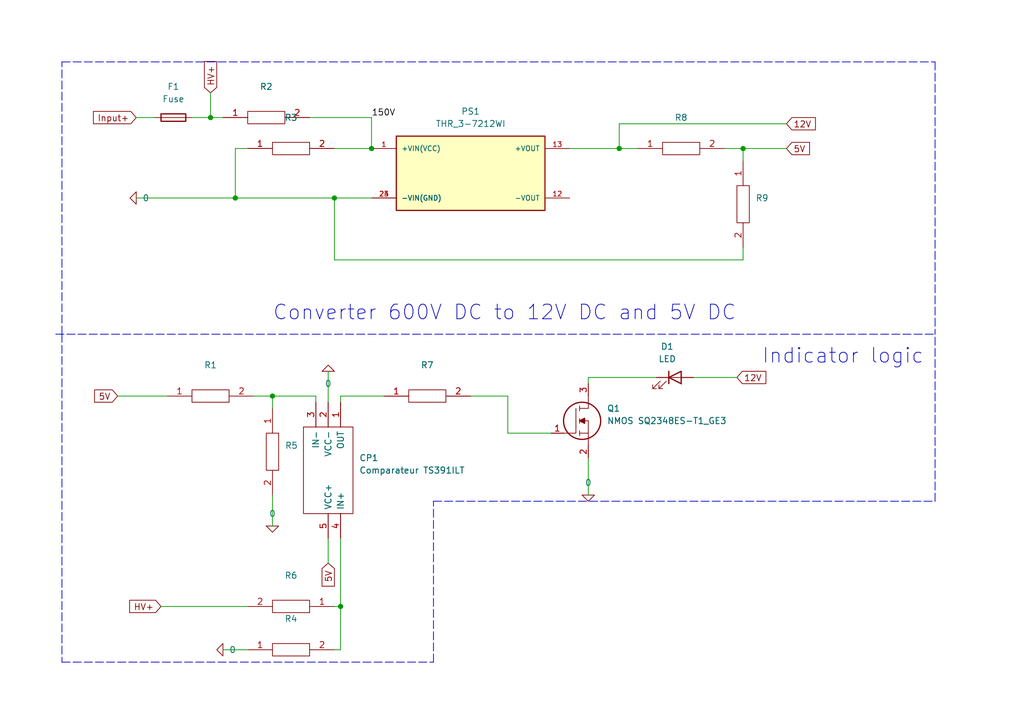
<source format=kicad_sch>
(kicad_sch (version 20211123) (generator eeschema)
  (paper "A5")
  (title_block (title "Accumulator indicator voltage") (date "2023-03-30") (company "EPSA"))
  (lib_symbols
    (symbol "Device:Fuse" (pin_numbers hide) (pin_names (offset 0))
      (property "Reference" "F" (at 2.032 0 90))
      (property "Value" "Fuse" (at -1.905 0 90))
      (symbol "Fuse_0_1"
        (rectangle (start -0.762 -2.54) (end 0.762 2.54) (stroke (width 0.254)))
        (polyline (pts (xy 0 2.54) (xy 0 -2.54)))
      )
      (symbol "Fuse_1_1"
        (pin passive line (at 0 3.81 270) (length 1.27) (name "~") (number "1"))
        (pin passive line (at 0 -3.81 90) (length 1.27) (name "~") (number "2"))
      )
    )
    (symbol "Device:LED" (pin_numbers hide) (pin_names (offset 1.016) hide)
      (property "Reference" "D" (at 0 2.54 0))
      (property "Value" "LED" (at 0 -2.54 0))
      (symbol "LED_0_1"
        (polyline (pts (xy -1.27 -1.27) (xy -1.27 1.27)) (stroke (width 0.254)))
        (polyline (pts (xy -1.27 0) (xy 1.27 0)))
        (polyline (pts (xy 1.27 -1.27) (xy 1.27 1.27) (xy -1.27 0) (xy 1.27 -1.27)) (stroke (width 0.254)))
        (polyline (pts (xy -3.048 -0.762) (xy -4.572 -2.286) (xy -3.81 -2.286) (xy -4.572 -2.286) (xy -4.572 -1.524)))
        (polyline (pts (xy -1.778 -0.762) (xy -3.302 -2.286) (xy -2.54 -2.286) (xy -3.302 -2.286) (xy -3.302 -1.524)))
      )
      (symbol "LED_1_1"
        (pin passive line (at -3.81 0 0) (length 2.54) (name "K") (number "1"))
        (pin passive line (at 3.81 0 180) (length 2.54) (name "A") (number "2"))
      )
    )
    (symbol "EPSA_lib:Comparateur TS391ILT" (pin_names (offset 0.762))
      (property "Reference" "CP" (at 35.56 7.62 0))
      (property "Value" "Comparateur TS391ILT" (at 35.56 5.08 0))
      (property "Spice_Lib_File" "${EPSA}\\SpiceModel\\C_ts391.lib" (at 35.56 12.7 0))
      (symbol "Comparateur TS391ILT_0_0"
        (pin passive line (at 0 0 0) (length 5.08) (name "OUT") (number "1"))
        (pin passive line (at 0 -2.54 0) (length 5.08) (name "VCC-") (number "2"))
        (pin passive line (at 0 -5.08 0) (length 5.08) (name "IN-") (number "3"))
        (pin passive line (at 27.94 0 180) (length 5.08) (name "IN+") (number "4"))
        (pin passive line (at 27.94 -2.54 180) (length 5.08) (name "VCC+") (number "5"))
      )
      (symbol "Comparateur TS391ILT_0_1"
        (polyline (pts (xy 5.08 2.54) (xy 22.86 2.54) (xy 22.86 -7.62) (xy 5.08 -7.62) (xy 5.08 2.54)) (stroke (width 0.1524)))
      )
    )
    (symbol "EPSA_lib:NMOS SQ2348ES-T1_GE3" (pin_names (offset 0.762))
      (property "Reference" "Q" (at 11.43 3.81 0))
      (property "Value" "NMOS SQ2348ES-T1_GE3" (at 11.43 1.27 0))
      (property "Spice_Lib_File" "${EPSA}\\SpiceModel\\NMOS_SQ2348ES_PS Rev A.LIB" (at 11.43 8.89 0))
      (symbol "NMOS SQ2348ES-T1_GE3_0_0"
        (pin passive line (at 0 0 0) (length 2.54) (name "~") (number "1"))
        (pin passive line (at 7.62 -5.08 90) (length 2.54) (name "~") (number "2"))
        (pin passive line (at 7.62 10.16 270) (length 2.54) (name "~") (number "3"))
      )
      (symbol "NMOS SQ2348ES-T1_GE3_0_1"
        (polyline (pts (xy 5.842 -0.508) (xy 5.842 0.508)) (stroke (width 0.1524)))
        (polyline (pts (xy 5.842 0) (xy 7.62 0)) (stroke (width 0.1524)))
        (polyline (pts (xy 5.842 2.032) (xy 5.842 3.048)) (stroke (width 0.1524)))
        (polyline (pts (xy 5.842 5.588) (xy 5.842 4.572)) (stroke (width 0.1524)))
        (polyline (pts (xy 7.62 2.54) (xy 5.842 2.54)) (stroke (width 0.1524)))
        (polyline (pts (xy 7.62 2.54) (xy 7.62 -2.54)) (stroke (width 0.1524)))
        (polyline (pts (xy 7.62 5.08) (xy 5.842 5.08)) (stroke (width 0.1524)))
        (polyline (pts (xy 7.62 5.08) (xy 7.62 7.62)) (stroke (width 0.1524)))
        (polyline (pts (xy 2.54 0) (xy 5.08 0) (xy 5.08 5.08)) (stroke (width 0.1524)))
        (polyline (pts (xy 5.842 2.54) (xy 6.858 3.048) (xy 6.858 2.032) (xy 5.842 2.54)) (stroke (width 0.254)) (fill (type outline)))
        (circle (center 6.35 2.54) (radius 3.81) (stroke (width 0.254)))
      )
    )
    (symbol "EPSA_lib:Résistance RK73H2BLTDD2152F" (pin_names (offset 0.762))
      (property "Reference" "R" (at 25.4 6.35 0))
      (property "Spice_Model" "10" (at 25.4 8.89 0))
      (symbol "Résistance RK73H2BLTDD2152F_0_0"
        (pin passive line (at 0 0 0) (length 5.08) (name "~") (number "1"))
        (pin passive line (at 17.78 0 180) (length 5.08) (name "~") (number "2"))
      )
      (symbol "Résistance RK73H2BLTDD2152F_0_1"
        (polyline (pts (xy 5.08 1.27) (xy 12.7 1.27) (xy 12.7 -1.27) (xy 5.08 -1.27) (xy 5.08 1.27)) (stroke (width 0.1524)))
      )
    )
    (symbol "THR_3-7212WI:THR_3-7212WI" (pin_names (offset 1.016))
      (property "Reference" "PS" (at -15.24 8.382 0))
      (property "Value" "THR_3-7212WI" (at -15.24 -8.382 0))
      (symbol "THR_3-7212WI_0_0"
        (rectangle (start -15.24 -7.62) (end 15.24 7.62) (stroke (width 0.254)) (fill (type background)))
        (pin input line (at -20.32 5.08 0) (length 5.08) (name "+VIN(VCC)") (number "1"))
        (pin output line (at 20.32 -5.08 180) (length 5.08) (name "-VOUT") (number "12"))
        (pin output line (at 20.32 5.08 180) (length 5.08) (name "+VOUT") (number "13"))
        (pin input line (at -20.32 -5.08 0) (length 5.08) (name "-VIN(GND)") (number "23"))
        (pin input line (at -20.32 -5.08 0) (length 5.08) (name "-VIN(GND)") (number "24"))
      )
    )
    (symbol "pspice:0" (power) (pin_names (offset 0))
      (property "Value" "0" (at 0 -1.778 0))
      (symbol "0_0_1"
        (polyline (pts (xy -1.27 0) (xy 0 -1.27) (xy 1.27 0) (xy -1.27 0)))
      )
      (symbol "0_1_1"
        (pin power_in line (at 0 0 0) (length 0) hide (name "0") (number "1"))
      )
    )
  )
  (junction (at 69.85 124.46))
  (junction (at 68.58 40.64))
  (junction (at 48.26 40.64))
  (junction (at 76.2 30.48))
  (junction (at 127 30.48))
  (junction (at 43.18 24.13))
  (junction (at 152.4 30.48))
  (junction (at 55.88 81.28))
  (wire (pts (xy 148.59 30.48) (xy 152.4 30.48)))
  (wire (pts (xy 152.4 30.48) (xy 161.29 30.48)))
  (wire (pts (xy 55.88 81.28) (xy 64.77 81.28)))
  (wire (pts (xy 76.2 24.13) (xy 76.2 30.48)))
  (polyline (pts (xy 12.7 12.7) (xy 191.77 12.7)))
  (polyline (pts (xy 12.7 68.58) (xy 12.7 12.7)))
  (wire (pts (xy 27.94 24.13) (xy 31.75 24.13)))
  (wire (pts (xy 142.24 77.47) (xy 151.13 77.47)))
  (wire (pts (xy 24.13 81.28) (xy 34.29 81.28)))
  (wire (pts (xy 55.88 81.28) (xy 55.88 83.82)))
  (wire (pts (xy 69.85 133.35) (xy 68.58 133.35)))
  (wire (pts (xy 120.65 93.98) (xy 120.65 101.6)))
  (wire (pts (xy 69.85 81.28) (xy 78.74 81.28)))
  (wire (pts (xy 127 30.48) (xy 127 25.4)))
  (polyline (pts (xy 12.7 68.58) (xy 12.7 135.89)))
  (wire (pts (xy 55.88 101.6) (xy 55.88 107.95)))
  (wire (pts (xy 64.77 81.28) (xy 64.77 82.55)))
  (wire (pts (xy 127 30.48) (xy 130.81 30.48)))
  (polyline (pts (xy 88.9 102.87) (xy 191.77 102.87)))
  (wire (pts (xy 67.31 110.49) (xy 67.31 115.57)))
  (wire (pts (xy 127 25.4) (xy 161.29 25.4)))
  (wire (pts (xy 63.5 24.13) (xy 76.2 24.13)))
  (polyline (pts (xy 12.7 135.89) (xy 88.9 135.89)))
  (wire (pts (xy 152.4 30.48) (xy 152.4 33.02)))
  (wire (pts (xy 116.84 30.48) (xy 127 30.48)))
  (polyline (pts (xy 88.9 135.89) (xy 88.9 102.87)))
  (wire (pts (xy 152.4 50.8) (xy 152.4 53.34)))
  (polyline (pts (xy 11.43 68.58) (xy 191.77 68.58)))
  (wire (pts (xy 96.52 81.28) (xy 104.14 81.28)))
  (wire (pts (xy 50.8 30.48) (xy 48.26 30.48)))
  (wire (pts (xy 120.65 77.47) (xy 134.62 77.47)))
  (wire (pts (xy 76.2 30.48) (xy 68.58 30.48)))
  (wire (pts (xy 27.94 40.64) (xy 48.26 40.64)))
  (wire (pts (xy 68.58 124.46) (xy 69.85 124.46)))
  (wire (pts (xy 120.65 78.74) (xy 120.65 77.47)))
  (wire (pts (xy 68.58 40.64) (xy 68.58 53.34)))
  (wire (pts (xy 69.85 110.49) (xy 69.85 124.46)))
  (wire (pts (xy 104.14 81.28) (xy 104.14 88.9)))
  (wire (pts (xy 48.26 40.64) (xy 68.58 40.64)))
  (wire (pts (xy 104.14 88.9) (xy 113.03 88.9)))
  (wire (pts (xy 39.37 24.13) (xy 43.18 24.13)))
  (wire (pts (xy 152.4 53.34) (xy 68.58 53.34)))
  (polyline (pts (xy 191.77 12.7) (xy 191.77 68.58)))
  (wire (pts (xy 43.18 24.13) (xy 45.72 24.13)))
  (wire (pts (xy 69.85 124.46) (xy 69.85 133.35)))
  (wire (pts (xy 52.07 81.28) (xy 55.88 81.28)))
  (wire (pts (xy 45.72 133.35) (xy 50.8 133.35)))
  (wire (pts (xy 67.31 76.2) (xy 67.31 82.55)))
  (wire (pts (xy 68.58 40.64) (xy 76.2 40.64)))
  (wire (pts (xy 48.26 30.48) (xy 48.26 40.64)))
  (polyline (pts (xy 191.77 102.87) (xy 191.77 68.58)))
  (wire (pts (xy 43.18 19.05) (xy 43.18 24.13)))
  (wire (pts (xy 33.02 124.46) (xy 50.8 124.46)))
  (wire (pts (xy 69.85 82.55) (xy 69.85 81.28)))
  (text "Indicator logic" (at 156.21 74.93 0) (effects (font (size 3 3)) (justify left bottom)))
  (text "Converter 600V DC to 12V DC and 5V DC\n" (at 55.88 66.04 0) (effects (font (size 3 3)) (justify left bottom)))
  (label "150V" (at 76.2 24.13 0))
  (global_label "Input+" (shape input) (at 27.94 24.13 180) (property "Intersheet References" "${INTERSHEET_REFS}" (effects hide)))
  (global_label "12V" (shape input) (at 151.13 77.47 0) (property "Intersheet References" "${INTERSHEET_REFS}" (effects hide)))
  (global_label "HV+" (shape input) (at 43.18 19.05 90) (property "Intersheet References" "${INTERSHEET_REFS}" (effects hide)))
  (global_label "5V" (shape input) (at 67.31 115.57 270) (property "Intersheet References" "${INTERSHEET_REFS}" (effects hide)))
  (global_label "HV+" (shape input) (at 33.02 124.46 180) (property "Intersheet References" "${INTERSHEET_REFS}" (effects hide)))
  (global_label "12V" (shape input) (at 161.29 25.4 0) (property "Intersheet References" "${INTERSHEET_REFS}" (effects hide)))
  (global_label "5V" (shape input) (at 24.13 81.28 180) (property "Intersheet References" "${INTERSHEET_REFS}" (effects hide)))
  (global_label "5V" (shape input) (at 161.29 30.48 0) (property "Intersheet References" "${INTERSHEET_REFS}" (effects hide)))
  (symbol (lib_id "EPSA_lib:Résistance RK73H2BLTDD2152F") (at 78.74 81.28 0) (unit 1)
    (property "Reference" "R7" (at 87.63 74.93 0))
    (property "Value" "Résistance RK73H2BLTDD2152F" (effects hide))
    (property "Footprint" "RESC3216X70N" (effects hide))
    (property "Datasheet" "http://www.koaspeer.com/catimages/Products/RK73H/RK73H.pdf" (effects hide))
    (property "Description" "Thick Film Resistors - SMD" (effects hide))
    (property "Height" "0.7" (effects hide))
    (property "Manufacturer_Name" "KOA Speer" (effects hide))
    (property "Manufacturer_Part_Number" "RK73H2BLTDD2152F" (effects hide))
    (property "Mouser Part Number" "N/A" (effects hide))
    (property "Mouser Price/Stock" "https://www.mouser.co.uk/ProductDetail/KOA-Speer/RK73H2BLTDD2152F?qs=WeIALVmW3zmyxMFsjVzMRw%3D%3D" (effects hide))
    (property "Spice_Primitive" "R" (effects hide))
    (property "Spice_Model" "100" (at 87.63 77.47 0))
    (property "Spice_Netlist_Enabled" "Y" (effects hide))
  )
  (symbol (lib_id "EPSA_lib:Résistance RK73H2BLTDD2152F") (at 130.81 30.48 0) (unit 1)
    (property "Reference" "R8" (at 139.7 24.13 0))
    (property "Value" "Résistance RK73H2BLTDD2152F" (effects hide))
    (property "Footprint" "RESC3216X70N" (effects hide))
    (property "Datasheet" "http://www.koaspeer.com/catimages/Products/RK73H/RK73H.pdf" (effects hide))
    (property "Description" "Thick Film Resistors - SMD" (effects hide))
    (property "Height" "0.7" (effects hide))
    (property "Manufacturer_Name" "KOA Speer" (effects hide))
    (property "Manufacturer_Part_Number" "RK73H2BLTDD2152F" (effects hide))
    (property "Mouser Part Number" "N/A" (effects hide))
    (property "Mouser Price/Stock" "https://www.mouser.co.uk/ProductDetail/KOA-Speer/RK73H2BLTDD2152F?qs=WeIALVmW3zmyxMFsjVzMRw%3D%3D" (effects hide))
    (property "Spice_Primitive" "R" (effects hide))
    (property "Spice_Model" "70k" (at 139.7 26.67 0))
    (property "Spice_Netlist_Enabled" "Y" (effects hide))
  )
  (symbol (lib_id "EPSA_lib:Comparateur TS391ILT") (at 69.85 82.55 270) (unit 1)
    (property "Reference" "CP1" (at 73.66 93.9799 90) (effects (justify left)))
    (property "Value" "Comparateur TS391ILT" (at 73.66 96.5199 90) (effects (justify left)))
    (property "Footprint" "SOT95P280X145-5N" (effects hide))
    (property "Datasheet" "http://www.st.com/st-web-ui/static/active/en/resource/technical/document/datasheet/CD00001660.pdf" (effects hide))
    (property "Description" "TS391ILT, Comparator Open Collector 0.3us 12 V, 15 V, 18 V, 24 V, 28 V, 3 V, 5 V, 9 V 5-Pin SOT-23" (effects hide))
    (property "Height" "1.45" (effects hide))
    (property "Manufacturer_Name" "STMicroelectronics" (effects hide))
    (property "Manufacturer_Part_Number" "TS391ILT" (effects hide))
    (property "Mouser Part Number" "511-TS391IL" (effects hide))
    (property "Mouser Price/Stock" "https://www.mouser.co.uk/ProductDetail/STMicroelectronics/TS391ILT?qs=P8h1tZw8GcB9GWR61XM17g%3D%3D" (effects hide))
    (property "Arrow Part Number" "TS391ILT" (effects hide))
    (property "Arrow Price/Stock" "https://www.arrow.com/en/products/ts391ilt/stmicroelectronics?region=europe" (effects hide))
    (property "Spice_Primitive" "X" (effects hide))
    (property "Spice_Model" "TS391" (effects hide))
    (property "Spice_Netlist_Enabled" "Y" (effects hide))
    (property "Spice_Node_Sequence" "4,3,5,2,1" (effects hide))
    (property "Spice_Lib_File" "${EPSA}\\SpiceModel\\C_ts391.lib" (at 73.66 99.0599 90) (effects (justify left)))
  )
  (symbol (lib_id "Device:Fuse") (at 35.56 24.13 270) (unit 1)
    (property "Reference" "F1" (at 35.56 17.78 90))
    (property "Value" "Fuse" (at 35.56 20.32 90))
  )
  (symbol (lib_id "pspice:0") (at 55.88 107.95 0) (unit 1)
    (property "Reference" "#GND03" (effects hide))
    (property "Value" "0" (at 55.88 105.41 0))
  )
  (symbol (lib_id "EPSA_lib:Résistance RK73H2BLTDD2152F") (at 50.8 30.48 0) (unit 1)
    (property "Reference" "R3" (at 59.69 24.13 0))
    (property "Value" "Résistance RK73H2BLTDD2152F" (effects hide))
    (property "Footprint" "RESC3216X70N" (effects hide))
    (property "Datasheet" "http://www.koaspeer.com/catimages/Products/RK73H/RK73H.pdf" (effects hide))
    (property "Description" "Thick Film Resistors - SMD" (effects hide))
    (property "Height" "0.7" (effects hide))
    (property "Manufacturer_Name" "KOA Speer" (effects hide))
    (property "Manufacturer_Part_Number" "RK73H2BLTDD2152F" (effects hide))
    (property "Mouser Part Number" "N/A" (effects hide))
    (property "Mouser Price/Stock" "https://www.mouser.co.uk/ProductDetail/KOA-Speer/RK73H2BLTDD2152F?qs=WeIALVmW3zmyxMFsjVzMRw%3D%3D" (effects hide))
    (property "Spice_Primitive" "R" (effects hide))
    (property "Spice_Model" "100k" (at 59.69 26.67 0))
    (property "Spice_Netlist_Enabled" "Y" (effects hide))
  )
  (symbol (lib_id "pspice:0") (at 67.31 76.2 180) (unit 1)
    (property "Reference" "#GND04" (effects hide))
    (property "Value" "0" (at 67.31 78.74 0))
  )
  (symbol (lib_id "EPSA_lib:Résistance RK73H2BLTDD2152F") (at 34.29 81.28 0) (unit 1)
    (property "Reference" "R1" (at 43.18 74.93 0))
    (property "Value" "Résistance RK73H2BLTDD2152F" (effects hide))
    (property "Footprint" "RESC3216X70N" (effects hide))
    (property "Datasheet" "http://www.koaspeer.com/catimages/Products/RK73H/RK73H.pdf" (effects hide))
    (property "Description" "Thick Film Resistors - SMD" (effects hide))
    (property "Height" "0.7" (effects hide))
    (property "Manufacturer_Name" "KOA Speer" (effects hide))
    (property "Manufacturer_Part_Number" "RK73H2BLTDD2152F" (effects hide))
    (property "Mouser Part Number" "N/A" (effects hide))
    (property "Mouser Price/Stock" "https://www.mouser.co.uk/ProductDetail/KOA-Speer/RK73H2BLTDD2152F?qs=WeIALVmW3zmyxMFsjVzMRw%3D%3D" (effects hide))
    (property "Spice_Primitive" "R" (effects hide))
    (property "Spice_Model" "9k" (at 43.18 77.47 0))
    (property "Spice_Netlist_Enabled" "Y" (effects hide))
  )
  (symbol (lib_id "EPSA_lib:Résistance RK73H2BLTDD2152F") (at 45.72 24.13 0) (unit 1)
    (property "Reference" "R2" (at 54.61 17.78 0))
    (property "Value" "Résistance RK73H2BLTDD2152F" (effects hide))
    (property "Footprint" "RESC3216X70N" (effects hide))
    (property "Datasheet" "http://www.koaspeer.com/catimages/Products/RK73H/RK73H.pdf" (effects hide))
    (property "Description" "Thick Film Resistors - SMD" (effects hide))
    (property "Height" "0.7" (effects hide))
    (property "Manufacturer_Name" "KOA Speer" (effects hide))
    (property "Manufacturer_Part_Number" "RK73H2BLTDD2152F" (effects hide))
    (property "Mouser Part Number" "N/A" (effects hide))
    (property "Mouser Price/Stock" "https://www.mouser.co.uk/ProductDetail/KOA-Speer/RK73H2BLTDD2152F?qs=WeIALVmW3zmyxMFsjVzMRw%3D%3D" (effects hide))
    (property "Spice_Primitive" "R" (effects hide))
    (property "Spice_Model" "300k" (at 54.61 20.32 0))
    (property "Spice_Netlist_Enabled" "Y" (effects hide))
  )
  (symbol (lib_id "EPSA_lib:Résistance RK73H2BLTDD2152F") (at 68.58 124.46 180) (unit 1)
    (property "Reference" "R6" (at 59.69 118.11 0))
    (property "Value" "Résistance RK73H2BLTDD2152F" (effects hide))
    (property "Footprint" "RESC3216X70N" (effects hide))
    (property "Datasheet" "http://www.koaspeer.com/catimages/Products/RK73H/RK73H.pdf" (effects hide))
    (property "Description" "Thick Film Resistors - SMD" (effects hide))
    (property "Height" "0.7" (effects hide))
    (property "Manufacturer_Name" "KOA Speer" (effects hide))
    (property "Manufacturer_Part_Number" "RK73H2BLTDD2152F" (effects hide))
    (property "Mouser Part Number" "N/A" (effects hide))
    (property "Mouser Price/Stock" "https://www.mouser.co.uk/ProductDetail/KOA-Speer/RK73H2BLTDD2152F?qs=WeIALVmW3zmyxMFsjVzMRw%3D%3D" (effects hide))
    (property "Spice_Primitive" "R" (effects hide))
    (property "Spice_Model" "900k" (at 59.69 120.65 0))
    (property "Spice_Netlist_Enabled" "Y" (effects hide))
  )
  (symbol (lib_id "EPSA_lib:Résistance RK73H2BLTDD2152F") (at 152.4 33.02 270) (unit 1)
    (property "Reference" "R9" (at 154.94 40.6399 90) (effects (justify left)))
    (property "Value" "Résistance RK73H2BLTDD2152F" (effects hide))
    (property "Footprint" "RESC3216X70N" (effects hide))
    (property "Datasheet" "http://www.koaspeer.com/catimages/Products/RK73H/RK73H.pdf" (effects hide))
    (property "Description" "Thick Film Resistors - SMD" (effects hide))
    (property "Height" "0.7" (effects hide))
    (property "Manufacturer_Name" "KOA Speer" (effects hide))
    (property "Manufacturer_Part_Number" "RK73H2BLTDD2152F" (effects hide))
    (property "Mouser Part Number" "N/A" (effects hide))
    (property "Mouser Price/Stock" "https://www.mouser.co.uk/ProductDetail/KOA-Speer/RK73H2BLTDD2152F?qs=WeIALVmW3zmyxMFsjVzMRw%3D%3D" (effects hide))
    (property "Spice_Primitive" "R" (effects hide))
    (property "Spice_Model" "50k" (at 154.94 43.1799 90) (effects (justify left)))
    (property "Spice_Netlist_Enabled" "Y" (effects hide))
  )
  (symbol (lib_id "pspice:0") (at 27.94 40.64 270) (unit 1)
    (property "Reference" "#GND01" (effects hide))
    (property "Value" "0" (at 29.21 40.6399 90) (effects (justify left)))
  )
  (symbol (lib_id "EPSA_lib:Résistance RK73H2BLTDD2152F") (at 55.88 83.82 270) (unit 1)
    (property "Reference" "R5" (at 58.42 91.4399 90) (effects (justify left)))
    (property "Value" "Résistance RK73H2BLTDD2152F" (effects hide))
    (property "Footprint" "RESC3216X70N" (effects hide))
    (property "Datasheet" "http://www.koaspeer.com/catimages/Products/RK73H/RK73H.pdf" (effects hide))
    (property "Description" "Thick Film Resistors - SMD" (effects hide))
    (property "Height" "0.7" (effects hide))
    (property "Manufacturer_Name" "KOA Speer" (effects hide))
    (property "Manufacturer_Part_Number" "RK73H2BLTDD2152F" (effects hide))
    (property "Mouser Part Number" "N/A" (effects hide))
    (property "Mouser Price/Stock" "https://www.mouser.co.uk/ProductDetail/KOA-Speer/RK73H2BLTDD2152F?qs=WeIALVmW3zmyxMFsjVzMRw%3D%3D" (effects hide))
    (property "Spice_Primitive" "R" (effects hide))
    (property "Spice_Model" "1k" (at 58.42 93.9799 90) (effects (justify left)))
    (property "Spice_Netlist_Enabled" "Y" (effects hide))
  )
  (symbol (lib_id "THR_3-7212WI:THR_3-7212WI") (at 96.52 35.56 0) (unit 1)
    (property "Reference" "PS1" (at 96.52 22.86 0))
    (property "Value" "THR_3-7212WI" (at 96.52 25.4 0))
    (property "Footprint" "CONV_THR_3-7212WI" (effects hide))
    (property "STANDARD" "Manufacturer Recommendations" (effects hide))
    (property "MANUFACTURER" "Traco Power" (effects hide))
    (property "MAXIMUM_PACKAGE_HEIGHT" "12.0 mm" (effects hide))
    (property "PARTREV" "July 21, 2021" (effects hide))
  )
  (symbol (lib_id "EPSA_lib:Résistance RK73H2BLTDD2152F") (at 50.8 133.35 0) (unit 1)
    (property "Reference" "R4" (at 59.69 127 0))
    (property "Value" "Résistance RK73H2BLTDD2152F" (effects hide))
    (property "Footprint" "RESC3216X70N" (effects hide))
    (property "Datasheet" "http://www.koaspeer.com/catimages/Products/RK73H/RK73H.pdf" (effects hide))
    (property "Description" "Thick Film Resistors - SMD" (effects hide))
    (property "Height" "0.7" (effects hide))
    (property "Manufacturer_Name" "KOA Speer" (effects hide))
    (property "Manufacturer_Part_Number" "RK73H2BLTDD2152F" (effects hide))
    (property "Mouser Part Number" "N/A" (effects hide))
    (property "Mouser Price/Stock" "https://www.mouser.co.uk/ProductDetail/KOA-Speer/RK73H2BLTDD2152F?qs=WeIALVmW3zmyxMFsjVzMRw%3D%3D" (effects hide))
    (property "Spice_Primitive" "R" (effects hide))
    (property "Spice_Model" "7.5k" (at 59.69 129.54 0))
    (property "Spice_Netlist_Enabled" "Y" (effects hide))
  )
  (symbol (lib_id "pspice:0") (at 120.65 101.6 0) (unit 1)
    (property "Reference" "#GND05" (effects hide))
    (property "Value" "0" (at 120.65 99.06 0))
  )
  (symbol (lib_id "Device:LED") (at 138.43 77.47 0) (unit 1)
    (property "Reference" "D1" (at 136.8425 71.12 0))
    (property "Value" "LED" (at 136.8425 73.66 0))
  )
  (symbol (lib_id "pspice:0") (at 45.72 133.35 270) (unit 1)
    (property "Reference" "#GND02" (effects hide))
    (property "Value" "0" (at 46.99 133.3499 90) (effects (justify left)))
  )
  (symbol (lib_id "EPSA_lib:NMOS SQ2348ES-T1_GE3") (at 113.03 88.9 0) (unit 1)
    (property "Reference" "Q1" (at 124.46 83.8199 0) (effects (justify left)))
    (property "Value" "NMOS SQ2348ES-T1_GE3" (at 124.46 86.3599 0) (effects (justify left)))
    (property "Footprint" "SOT95P237X112-3N" (effects hide))
    (property "Datasheet" "http://www.vishay.com/docs/63706/sq2348es.pdf" (effects hide))
    (property "Description" "VISHAY - SQ2348ES-T1_GE3 - MOSFET, AEC-Q101, N-CH, 30V, SOT-23" (effects hide))
    (property "Height" "1.12" (effects hide))
    (property "Manufacturer_Name" "Vishay" (effects hide))
    (property "Manufacturer_Part_Number" "SQ2348ES-T1_GE3" (effects hide))
    (property "Mouser Part Number" "781-SQ2348ES-T1_GE3" (effects hide))
    (property "Mouser Price/Stock" "https://www.mouser.co.uk/ProductDetail/Vishay-Siliconix/SQ2348ES-T1_GE3?qs=jHkklCh7amgC88blremf%252Bw%3D%3D" (effects hide))
    (property "Arrow Part Number" "SQ2348ES-T1_GE3" (effects hide))
    (property "Arrow Price/Stock" "https://www.arrow.com/en/products/sq2348es-t1-ge3/vishay?region=nac" (effects hide))
    (property "Spice_Primitive" "X" (effects hide))
    (property "Spice_Model" "SQ2348ES" (effects hide))
    (property "Spice_Netlist_Enabled" "Y" (effects hide))
    (property "Spice_Node_Sequence" "3,1,2" (effects hide))
    (property "Spice_Lib_File" "${EPSA}\\SpiceModel\\NMOS_SQ2348ES_PS Rev A.LIB" (at 124.46 88.8999 0) (effects (justify left)))
  )
)
</source>
